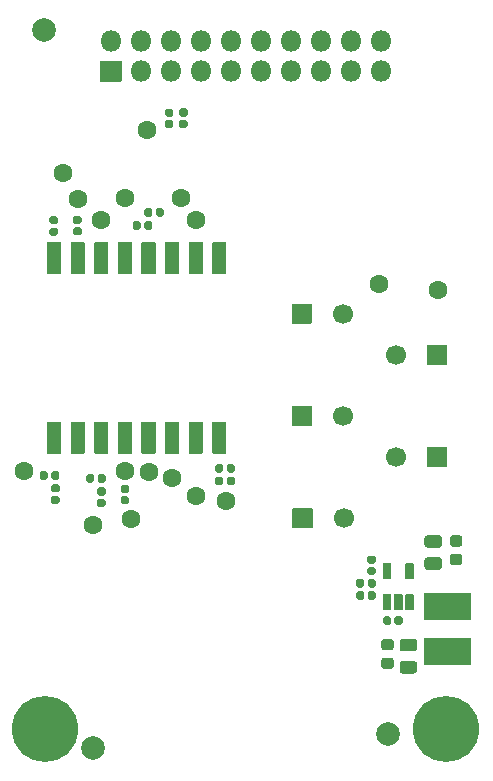
<source format=gts>
G04 #@! TF.GenerationSoftware,KiCad,Pcbnew,(5.1.10)-1*
G04 #@! TF.CreationDate,2021-11-03T08:24:22+05:30*
G04 #@! TF.ProjectId,P-1000072_Cicada Wi-Fi,502d3130-3030-4303-9732-5f4369636164,0.1*
G04 #@! TF.SameCoordinates,PX7cee6c0PY3dfd240*
G04 #@! TF.FileFunction,Soldermask,Top*
G04 #@! TF.FilePolarity,Negative*
%FSLAX46Y46*%
G04 Gerber Fmt 4.6, Leading zero omitted, Abs format (unit mm)*
G04 Created by KiCad (PCBNEW (5.1.10)-1) date 2021-11-03 08:24:22*
%MOMM*%
%LPD*%
G01*
G04 APERTURE LIST*
%ADD10O,1.800000X1.800000*%
%ADD11C,1.600000*%
%ADD12C,1.700000*%
%ADD13C,5.600000*%
%ADD14C,2.000000*%
G04 APERTURE END LIST*
G36*
G01*
X-13670000Y-18460000D02*
X-14770000Y-18460000D01*
G75*
G02*
X-14820000Y-18410000I0J50000D01*
G01*
X-14820000Y-15810000D01*
G75*
G02*
X-14770000Y-15760000I50000J0D01*
G01*
X-13670000Y-15760000D01*
G75*
G02*
X-13620000Y-15810000I0J-50000D01*
G01*
X-13620000Y-18410000D01*
G75*
G02*
X-13670000Y-18460000I-50000J0D01*
G01*
G37*
G36*
G01*
X-11670000Y-18460000D02*
X-12770000Y-18460000D01*
G75*
G02*
X-12820000Y-18410000I0J50000D01*
G01*
X-12820000Y-15810000D01*
G75*
G02*
X-12770000Y-15760000I50000J0D01*
G01*
X-11670000Y-15760000D01*
G75*
G02*
X-11620000Y-15810000I0J-50000D01*
G01*
X-11620000Y-18410000D01*
G75*
G02*
X-11670000Y-18460000I-50000J0D01*
G01*
G37*
G36*
G01*
X-5670000Y-18460000D02*
X-6770000Y-18460000D01*
G75*
G02*
X-6820000Y-18410000I0J50000D01*
G01*
X-6820000Y-15810000D01*
G75*
G02*
X-6770000Y-15760000I50000J0D01*
G01*
X-5670000Y-15760000D01*
G75*
G02*
X-5620000Y-15810000I0J-50000D01*
G01*
X-5620000Y-18410000D01*
G75*
G02*
X-5670000Y-18460000I-50000J0D01*
G01*
G37*
G36*
G01*
X-3670000Y-33660000D02*
X-4770000Y-33660000D01*
G75*
G02*
X-4820000Y-33610000I0J50000D01*
G01*
X-4820000Y-31010000D01*
G75*
G02*
X-4770000Y-30960000I50000J0D01*
G01*
X-3670000Y-30960000D01*
G75*
G02*
X-3620000Y-31010000I0J-50000D01*
G01*
X-3620000Y-33610000D01*
G75*
G02*
X-3670000Y-33660000I-50000J0D01*
G01*
G37*
G36*
G01*
X-3670000Y-18460000D02*
X-4770000Y-18460000D01*
G75*
G02*
X-4820000Y-18410000I0J50000D01*
G01*
X-4820000Y-15810000D01*
G75*
G02*
X-4770000Y-15760000I50000J0D01*
G01*
X-3670000Y-15760000D01*
G75*
G02*
X-3620000Y-15810000I0J-50000D01*
G01*
X-3620000Y-18410000D01*
G75*
G02*
X-3670000Y-18460000I-50000J0D01*
G01*
G37*
G36*
G01*
X-1670000Y-33660000D02*
X-2770000Y-33660000D01*
G75*
G02*
X-2820000Y-33610000I0J50000D01*
G01*
X-2820000Y-31010000D01*
G75*
G02*
X-2770000Y-30960000I50000J0D01*
G01*
X-1670000Y-30960000D01*
G75*
G02*
X-1620000Y-31010000I0J-50000D01*
G01*
X-1620000Y-33610000D01*
G75*
G02*
X-1670000Y-33660000I-50000J0D01*
G01*
G37*
G36*
G01*
X-11670000Y-33660000D02*
X-12770000Y-33660000D01*
G75*
G02*
X-12820000Y-33610000I0J50000D01*
G01*
X-12820000Y-31010000D01*
G75*
G02*
X-12770000Y-30960000I50000J0D01*
G01*
X-11670000Y-30960000D01*
G75*
G02*
X-11620000Y-31010000I0J-50000D01*
G01*
X-11620000Y-33610000D01*
G75*
G02*
X-11670000Y-33660000I-50000J0D01*
G01*
G37*
G36*
G01*
X-15670000Y-18460000D02*
X-16770000Y-18460000D01*
G75*
G02*
X-16820000Y-18410000I0J50000D01*
G01*
X-16820000Y-15810000D01*
G75*
G02*
X-16770000Y-15760000I50000J0D01*
G01*
X-15670000Y-15760000D01*
G75*
G02*
X-15620000Y-15810000I0J-50000D01*
G01*
X-15620000Y-18410000D01*
G75*
G02*
X-15670000Y-18460000I-50000J0D01*
G01*
G37*
G36*
G01*
X-7670000Y-33660000D02*
X-8770000Y-33660000D01*
G75*
G02*
X-8820000Y-33610000I0J50000D01*
G01*
X-8820000Y-31010000D01*
G75*
G02*
X-8770000Y-30960000I50000J0D01*
G01*
X-7670000Y-30960000D01*
G75*
G02*
X-7620000Y-31010000I0J-50000D01*
G01*
X-7620000Y-33610000D01*
G75*
G02*
X-7670000Y-33660000I-50000J0D01*
G01*
G37*
G36*
G01*
X-9670000Y-18460000D02*
X-10770000Y-18460000D01*
G75*
G02*
X-10820000Y-18410000I0J50000D01*
G01*
X-10820000Y-15810000D01*
G75*
G02*
X-10770000Y-15760000I50000J0D01*
G01*
X-9670000Y-15760000D01*
G75*
G02*
X-9620000Y-15810000I0J-50000D01*
G01*
X-9620000Y-18410000D01*
G75*
G02*
X-9670000Y-18460000I-50000J0D01*
G01*
G37*
G36*
G01*
X-7670000Y-18460000D02*
X-8770000Y-18460000D01*
G75*
G02*
X-8820000Y-18410000I0J50000D01*
G01*
X-8820000Y-15810000D01*
G75*
G02*
X-8770000Y-15760000I50000J0D01*
G01*
X-7670000Y-15760000D01*
G75*
G02*
X-7620000Y-15810000I0J-50000D01*
G01*
X-7620000Y-18410000D01*
G75*
G02*
X-7670000Y-18460000I-50000J0D01*
G01*
G37*
G36*
G01*
X-5670000Y-33660000D02*
X-6770000Y-33660000D01*
G75*
G02*
X-6820000Y-33610000I0J50000D01*
G01*
X-6820000Y-31010000D01*
G75*
G02*
X-6770000Y-30960000I50000J0D01*
G01*
X-5670000Y-30960000D01*
G75*
G02*
X-5620000Y-31010000I0J-50000D01*
G01*
X-5620000Y-33610000D01*
G75*
G02*
X-5670000Y-33660000I-50000J0D01*
G01*
G37*
G36*
G01*
X-9670000Y-33660000D02*
X-10770000Y-33660000D01*
G75*
G02*
X-10820000Y-33610000I0J50000D01*
G01*
X-10820000Y-31010000D01*
G75*
G02*
X-10770000Y-30960000I50000J0D01*
G01*
X-9670000Y-30960000D01*
G75*
G02*
X-9620000Y-31010000I0J-50000D01*
G01*
X-9620000Y-33610000D01*
G75*
G02*
X-9670000Y-33660000I-50000J0D01*
G01*
G37*
G36*
G01*
X-1670000Y-18460000D02*
X-2770000Y-18460000D01*
G75*
G02*
X-2820000Y-18410000I0J50000D01*
G01*
X-2820000Y-15810000D01*
G75*
G02*
X-2770000Y-15760000I50000J0D01*
G01*
X-1670000Y-15760000D01*
G75*
G02*
X-1620000Y-15810000I0J-50000D01*
G01*
X-1620000Y-18410000D01*
G75*
G02*
X-1670000Y-18460000I-50000J0D01*
G01*
G37*
G36*
G01*
X-13670000Y-33660000D02*
X-14770000Y-33660000D01*
G75*
G02*
X-14820000Y-33610000I0J50000D01*
G01*
X-14820000Y-31010000D01*
G75*
G02*
X-14770000Y-30960000I50000J0D01*
G01*
X-13670000Y-30960000D01*
G75*
G02*
X-13620000Y-31010000I0J-50000D01*
G01*
X-13620000Y-33610000D01*
G75*
G02*
X-13670000Y-33660000I-50000J0D01*
G01*
G37*
G36*
G01*
X-15670000Y-33660000D02*
X-16770000Y-33660000D01*
G75*
G02*
X-16820000Y-33610000I0J50000D01*
G01*
X-16820000Y-31010000D01*
G75*
G02*
X-16770000Y-30960000I50000J0D01*
G01*
X-15670000Y-30960000D01*
G75*
G02*
X-15620000Y-31010000I0J-50000D01*
G01*
X-15620000Y-33610000D01*
G75*
G02*
X-15670000Y-33660000I-50000J0D01*
G01*
G37*
D10*
X11455400Y1244600D03*
X11455400Y-1295400D03*
X8915400Y1244600D03*
X8915400Y-1295400D03*
X6375400Y1244600D03*
X6375400Y-1295400D03*
X3835400Y1244600D03*
X3835400Y-1295400D03*
X1295400Y1244600D03*
X1295400Y-1295400D03*
X-1244600Y1244600D03*
X-1244600Y-1295400D03*
X-3784600Y1244600D03*
X-3784600Y-1295400D03*
X-6324600Y1244600D03*
X-6324600Y-1295400D03*
X-8864600Y1244600D03*
X-8864600Y-1295400D03*
X-11404600Y1244600D03*
G36*
G01*
X-12254600Y-395400D02*
X-10554600Y-395400D01*
G75*
G02*
X-10504600Y-445400I0J-50000D01*
G01*
X-10504600Y-2145400D01*
G75*
G02*
X-10554600Y-2195400I-50000J0D01*
G01*
X-12254600Y-2195400D01*
G75*
G02*
X-12304600Y-2145400I0J50000D01*
G01*
X-12304600Y-445400D01*
G75*
G02*
X-12254600Y-395400I50000J0D01*
G01*
G37*
D11*
X-12893040Y-39702740D03*
D12*
X8280400Y-30457140D03*
G36*
G01*
X3930400Y-31257140D02*
X3930400Y-29657140D01*
G75*
G02*
X3980400Y-29607140I50000J0D01*
G01*
X5580400Y-29607140D01*
G75*
G02*
X5630400Y-29657140I0J-50000D01*
G01*
X5630400Y-31257140D01*
G75*
G02*
X5580400Y-31307140I-50000J0D01*
G01*
X3980400Y-31307140D01*
G75*
G02*
X3930400Y-31257140I0J50000D01*
G01*
G37*
X8239760Y-21798280D03*
G36*
G01*
X3889760Y-22598280D02*
X3889760Y-20998280D01*
G75*
G02*
X3939760Y-20948280I50000J0D01*
G01*
X5539760Y-20948280D01*
G75*
G02*
X5589760Y-20998280I0J-50000D01*
G01*
X5589760Y-22598280D01*
G75*
G02*
X5539760Y-22648280I-50000J0D01*
G01*
X3939760Y-22648280D01*
G75*
G02*
X3889760Y-22598280I0J50000D01*
G01*
G37*
G36*
G01*
X-16438260Y-14531500D02*
X-16043260Y-14531500D01*
G75*
G02*
X-15870760Y-14704000I0J-172500D01*
G01*
X-15870760Y-15049000D01*
G75*
G02*
X-16043260Y-15221500I-172500J0D01*
G01*
X-16438260Y-15221500D01*
G75*
G02*
X-16610760Y-15049000I0J172500D01*
G01*
X-16610760Y-14704000D01*
G75*
G02*
X-16438260Y-14531500I172500J0D01*
G01*
G37*
G36*
G01*
X-16438260Y-13561500D02*
X-16043260Y-13561500D01*
G75*
G02*
X-15870760Y-13734000I0J-172500D01*
G01*
X-15870760Y-14079000D01*
G75*
G02*
X-16043260Y-14251500I-172500J0D01*
G01*
X-16438260Y-14251500D01*
G75*
G02*
X-16610760Y-14079000I0J172500D01*
G01*
X-16610760Y-13734000D01*
G75*
G02*
X-16438260Y-13561500I172500J0D01*
G01*
G37*
G36*
G01*
X-14449440Y-14496220D02*
X-14054440Y-14496220D01*
G75*
G02*
X-13881940Y-14668720I0J-172500D01*
G01*
X-13881940Y-15013720D01*
G75*
G02*
X-14054440Y-15186220I-172500J0D01*
G01*
X-14449440Y-15186220D01*
G75*
G02*
X-14621940Y-15013720I0J172500D01*
G01*
X-14621940Y-14668720D01*
G75*
G02*
X-14449440Y-14496220I172500J0D01*
G01*
G37*
G36*
G01*
X-14449440Y-13526220D02*
X-14054440Y-13526220D01*
G75*
G02*
X-13881940Y-13698720I0J-172500D01*
G01*
X-13881940Y-14043720D01*
G75*
G02*
X-14054440Y-14216220I-172500J0D01*
G01*
X-14449440Y-14216220D01*
G75*
G02*
X-14621940Y-14043720I0J172500D01*
G01*
X-14621940Y-13698720D01*
G75*
G02*
X-14449440Y-13526220I172500J0D01*
G01*
G37*
G36*
G01*
X-10415920Y-37272120D02*
X-10020920Y-37272120D01*
G75*
G02*
X-9848420Y-37444620I0J-172500D01*
G01*
X-9848420Y-37789620D01*
G75*
G02*
X-10020920Y-37962120I-172500J0D01*
G01*
X-10415920Y-37962120D01*
G75*
G02*
X-10588420Y-37789620I0J172500D01*
G01*
X-10588420Y-37444620D01*
G75*
G02*
X-10415920Y-37272120I172500J0D01*
G01*
G37*
G36*
G01*
X-10415920Y-36302120D02*
X-10020920Y-36302120D01*
G75*
G02*
X-9848420Y-36474620I0J-172500D01*
G01*
X-9848420Y-36819620D01*
G75*
G02*
X-10020920Y-36992120I-172500J0D01*
G01*
X-10415920Y-36992120D01*
G75*
G02*
X-10588420Y-36819620I0J172500D01*
G01*
X-10588420Y-36474620D01*
G75*
G02*
X-10415920Y-36302120I172500J0D01*
G01*
G37*
G36*
G01*
X-7889400Y-13035900D02*
X-7889400Y-13430900D01*
G75*
G02*
X-8061900Y-13603400I-172500J0D01*
G01*
X-8406900Y-13603400D01*
G75*
G02*
X-8579400Y-13430900I0J172500D01*
G01*
X-8579400Y-13035900D01*
G75*
G02*
X-8406900Y-12863400I172500J0D01*
G01*
X-8061900Y-12863400D01*
G75*
G02*
X-7889400Y-13035900I0J-172500D01*
G01*
G37*
G36*
G01*
X-6919400Y-13035900D02*
X-6919400Y-13430900D01*
G75*
G02*
X-7091900Y-13603400I-172500J0D01*
G01*
X-7436900Y-13603400D01*
G75*
G02*
X-7609400Y-13430900I0J172500D01*
G01*
X-7609400Y-13035900D01*
G75*
G02*
X-7436900Y-12863400I172500J0D01*
G01*
X-7091900Y-12863400D01*
G75*
G02*
X-6919400Y-13035900I0J-172500D01*
G01*
G37*
G36*
G01*
X-15923880Y-36949220D02*
X-16318880Y-36949220D01*
G75*
G02*
X-16491380Y-36776720I0J172500D01*
G01*
X-16491380Y-36431720D01*
G75*
G02*
X-16318880Y-36259220I172500J0D01*
G01*
X-15923880Y-36259220D01*
G75*
G02*
X-15751380Y-36431720I0J-172500D01*
G01*
X-15751380Y-36776720D01*
G75*
G02*
X-15923880Y-36949220I-172500J0D01*
G01*
G37*
G36*
G01*
X-15923880Y-37919220D02*
X-16318880Y-37919220D01*
G75*
G02*
X-16491380Y-37746720I0J172500D01*
G01*
X-16491380Y-37401720D01*
G75*
G02*
X-16318880Y-37229220I172500J0D01*
G01*
X-15923880Y-37229220D01*
G75*
G02*
X-15751380Y-37401720I0J-172500D01*
G01*
X-15751380Y-37746720D01*
G75*
G02*
X-15923880Y-37919220I-172500J0D01*
G01*
G37*
G36*
G01*
X-12422520Y-37493380D02*
X-12027520Y-37493380D01*
G75*
G02*
X-11855020Y-37665880I0J-172500D01*
G01*
X-11855020Y-38010880D01*
G75*
G02*
X-12027520Y-38183380I-172500J0D01*
G01*
X-12422520Y-38183380D01*
G75*
G02*
X-12595020Y-38010880I0J172500D01*
G01*
X-12595020Y-37665880D01*
G75*
G02*
X-12422520Y-37493380I172500J0D01*
G01*
G37*
G36*
G01*
X-12422520Y-36523380D02*
X-12027520Y-36523380D01*
G75*
G02*
X-11855020Y-36695880I0J-172500D01*
G01*
X-11855020Y-37040880D01*
G75*
G02*
X-12027520Y-37213380I-172500J0D01*
G01*
X-12422520Y-37213380D01*
G75*
G02*
X-12595020Y-37040880I0J172500D01*
G01*
X-12595020Y-36695880D01*
G75*
G02*
X-12422520Y-36523380I172500J0D01*
G01*
G37*
G36*
G01*
X-8592660Y-14540880D02*
X-8592660Y-14145880D01*
G75*
G02*
X-8420160Y-13973380I172500J0D01*
G01*
X-8075160Y-13973380D01*
G75*
G02*
X-7902660Y-14145880I0J-172500D01*
G01*
X-7902660Y-14540880D01*
G75*
G02*
X-8075160Y-14713380I-172500J0D01*
G01*
X-8420160Y-14713380D01*
G75*
G02*
X-8592660Y-14540880I0J172500D01*
G01*
G37*
G36*
G01*
X-9562660Y-14540880D02*
X-9562660Y-14145880D01*
G75*
G02*
X-9390160Y-13973380I172500J0D01*
G01*
X-9045160Y-13973380D01*
G75*
G02*
X-8872660Y-14145880I0J-172500D01*
G01*
X-8872660Y-14540880D01*
G75*
G02*
X-9045160Y-14713380I-172500J0D01*
G01*
X-9390160Y-14713380D01*
G75*
G02*
X-9562660Y-14540880I0J172500D01*
G01*
G37*
G36*
G01*
X-1885120Y-35771440D02*
X-1885120Y-36166440D01*
G75*
G02*
X-2057620Y-36338940I-172500J0D01*
G01*
X-2402620Y-36338940D01*
G75*
G02*
X-2575120Y-36166440I0J172500D01*
G01*
X-2575120Y-35771440D01*
G75*
G02*
X-2402620Y-35598940I172500J0D01*
G01*
X-2057620Y-35598940D01*
G75*
G02*
X-1885120Y-35771440I0J-172500D01*
G01*
G37*
G36*
G01*
X-915120Y-35771440D02*
X-915120Y-36166440D01*
G75*
G02*
X-1087620Y-36338940I-172500J0D01*
G01*
X-1432620Y-36338940D01*
G75*
G02*
X-1605120Y-36166440I0J172500D01*
G01*
X-1605120Y-35771440D01*
G75*
G02*
X-1432620Y-35598940I172500J0D01*
G01*
X-1087620Y-35598940D01*
G75*
G02*
X-915120Y-35771440I0J-172500D01*
G01*
G37*
G36*
G01*
X-1885120Y-34699560D02*
X-1885120Y-35094560D01*
G75*
G02*
X-2057620Y-35267060I-172500J0D01*
G01*
X-2402620Y-35267060D01*
G75*
G02*
X-2575120Y-35094560I0J172500D01*
G01*
X-2575120Y-34699560D01*
G75*
G02*
X-2402620Y-34527060I172500J0D01*
G01*
X-2057620Y-34527060D01*
G75*
G02*
X-1885120Y-34699560I0J-172500D01*
G01*
G37*
G36*
G01*
X-915120Y-34699560D02*
X-915120Y-35094560D01*
G75*
G02*
X-1087620Y-35267060I-172500J0D01*
G01*
X-1432620Y-35267060D01*
G75*
G02*
X-1605120Y-35094560I0J172500D01*
G01*
X-1605120Y-34699560D01*
G75*
G02*
X-1432620Y-34527060I172500J0D01*
G01*
X-1087620Y-34527060D01*
G75*
G02*
X-915120Y-34699560I0J-172500D01*
G01*
G37*
G36*
G01*
X-16461300Y-35704160D02*
X-16461300Y-35309160D01*
G75*
G02*
X-16288800Y-35136660I172500J0D01*
G01*
X-15943800Y-35136660D01*
G75*
G02*
X-15771300Y-35309160I0J-172500D01*
G01*
X-15771300Y-35704160D01*
G75*
G02*
X-15943800Y-35876660I-172500J0D01*
G01*
X-16288800Y-35876660D01*
G75*
G02*
X-16461300Y-35704160I0J172500D01*
G01*
G37*
G36*
G01*
X-17431300Y-35704160D02*
X-17431300Y-35309160D01*
G75*
G02*
X-17258800Y-35136660I172500J0D01*
G01*
X-16913800Y-35136660D01*
G75*
G02*
X-16741300Y-35309160I0J-172500D01*
G01*
X-16741300Y-35704160D01*
G75*
G02*
X-16913800Y-35876660I-172500J0D01*
G01*
X-17258800Y-35876660D01*
G75*
G02*
X-17431300Y-35704160I0J172500D01*
G01*
G37*
G36*
G01*
X-12529380Y-35945460D02*
X-12529380Y-35550460D01*
G75*
G02*
X-12356880Y-35377960I172500J0D01*
G01*
X-12011880Y-35377960D01*
G75*
G02*
X-11839380Y-35550460I0J-172500D01*
G01*
X-11839380Y-35945460D01*
G75*
G02*
X-12011880Y-36117960I-172500J0D01*
G01*
X-12356880Y-36117960D01*
G75*
G02*
X-12529380Y-35945460I0J172500D01*
G01*
G37*
G36*
G01*
X-13499380Y-35945460D02*
X-13499380Y-35550460D01*
G75*
G02*
X-13326880Y-35377960I172500J0D01*
G01*
X-12981880Y-35377960D01*
G75*
G02*
X-12809380Y-35550460I0J-172500D01*
G01*
X-12809380Y-35945460D01*
G75*
G02*
X-12981880Y-36117960I-172500J0D01*
G01*
X-13326880Y-36117960D01*
G75*
G02*
X-13499380Y-35945460I0J172500D01*
G01*
G37*
D11*
X11333480Y-19273520D03*
D12*
X12702540Y-25318720D03*
G36*
G01*
X17052540Y-24518720D02*
X17052540Y-26118720D01*
G75*
G02*
X17002540Y-26168720I-50000J0D01*
G01*
X15402540Y-26168720D01*
G75*
G02*
X15352540Y-26118720I0J50000D01*
G01*
X15352540Y-24518720D01*
G75*
G02*
X15402540Y-24468720I50000J0D01*
G01*
X17002540Y-24468720D01*
G75*
G02*
X17052540Y-24518720I0J-50000D01*
G01*
G37*
X12722860Y-33962340D03*
G36*
G01*
X17072860Y-33162340D02*
X17072860Y-34762340D01*
G75*
G02*
X17022860Y-34812340I-50000J0D01*
G01*
X15422860Y-34812340D01*
G75*
G02*
X15372860Y-34762340I0J50000D01*
G01*
X15372860Y-33162340D01*
G75*
G02*
X15422860Y-33112340I50000J0D01*
G01*
X17022860Y-33112340D01*
G75*
G02*
X17072860Y-33162340I0J-50000D01*
G01*
G37*
G36*
G01*
X15151820Y-49251380D02*
X19051820Y-49251380D01*
G75*
G02*
X19101820Y-49301380I0J-50000D01*
G01*
X19101820Y-51501380D01*
G75*
G02*
X19051820Y-51551380I-50000J0D01*
G01*
X15151820Y-51551380D01*
G75*
G02*
X15101820Y-51501380I0J50000D01*
G01*
X15101820Y-49301380D01*
G75*
G02*
X15151820Y-49251380I50000J0D01*
G01*
G37*
G36*
G01*
X15151820Y-45451380D02*
X19051820Y-45451380D01*
G75*
G02*
X19101820Y-45501380I0J-50000D01*
G01*
X19101820Y-47701380D01*
G75*
G02*
X19051820Y-47751380I-50000J0D01*
G01*
X15151820Y-47751380D01*
G75*
G02*
X15101820Y-47701380I0J50000D01*
G01*
X15101820Y-45501380D01*
G75*
G02*
X15151820Y-45451380I50000J0D01*
G01*
G37*
D11*
X-12237720Y-13873480D03*
X-14196060Y-12082780D03*
X-4239260Y-13906500D03*
X-5491480Y-12024360D03*
X-8326120Y-6253480D03*
X-10210800Y-12054840D03*
X-15499080Y-9888220D03*
X-4185920Y-37266880D03*
X-9697720Y-39151560D03*
X-6223000Y-35727640D03*
X-8199120Y-35179000D03*
X-10251440Y-35100260D03*
X-18783300Y-35095180D03*
X-1694180Y-37703760D03*
X16299180Y-19817080D03*
G36*
G01*
X12301020Y-44276880D02*
X11651020Y-44276880D01*
G75*
G02*
X11601020Y-44226880I0J50000D01*
G01*
X11601020Y-43006880D01*
G75*
G02*
X11651020Y-42956880I50000J0D01*
G01*
X12301020Y-42956880D01*
G75*
G02*
X12351020Y-43006880I0J-50000D01*
G01*
X12351020Y-44226880D01*
G75*
G02*
X12301020Y-44276880I-50000J0D01*
G01*
G37*
G36*
G01*
X14201020Y-44276880D02*
X13551020Y-44276880D01*
G75*
G02*
X13501020Y-44226880I0J50000D01*
G01*
X13501020Y-43006880D01*
G75*
G02*
X13551020Y-42956880I50000J0D01*
G01*
X14201020Y-42956880D01*
G75*
G02*
X14251020Y-43006880I0J-50000D01*
G01*
X14251020Y-44226880D01*
G75*
G02*
X14201020Y-44276880I-50000J0D01*
G01*
G37*
G36*
G01*
X14201020Y-46896880D02*
X13551020Y-46896880D01*
G75*
G02*
X13501020Y-46846880I0J50000D01*
G01*
X13501020Y-45626880D01*
G75*
G02*
X13551020Y-45576880I50000J0D01*
G01*
X14201020Y-45576880D01*
G75*
G02*
X14251020Y-45626880I0J-50000D01*
G01*
X14251020Y-46846880D01*
G75*
G02*
X14201020Y-46896880I-50000J0D01*
G01*
G37*
G36*
G01*
X13251020Y-46896880D02*
X12601020Y-46896880D01*
G75*
G02*
X12551020Y-46846880I0J50000D01*
G01*
X12551020Y-45626880D01*
G75*
G02*
X12601020Y-45576880I50000J0D01*
G01*
X13251020Y-45576880D01*
G75*
G02*
X13301020Y-45626880I0J-50000D01*
G01*
X13301020Y-46846880D01*
G75*
G02*
X13251020Y-46896880I-50000J0D01*
G01*
G37*
G36*
G01*
X12301020Y-46896880D02*
X11651020Y-46896880D01*
G75*
G02*
X11601020Y-46846880I0J50000D01*
G01*
X11601020Y-45626880D01*
G75*
G02*
X11651020Y-45576880I50000J0D01*
G01*
X12301020Y-45576880D01*
G75*
G02*
X12351020Y-45626880I0J-50000D01*
G01*
X12351020Y-46846880D01*
G75*
G02*
X12301020Y-46896880I-50000J0D01*
G01*
G37*
G36*
G01*
X10852800Y-42973820D02*
X10457800Y-42973820D01*
G75*
G02*
X10285300Y-42801320I0J172500D01*
G01*
X10285300Y-42456320D01*
G75*
G02*
X10457800Y-42283820I172500J0D01*
G01*
X10852800Y-42283820D01*
G75*
G02*
X11025300Y-42456320I0J-172500D01*
G01*
X11025300Y-42801320D01*
G75*
G02*
X10852800Y-42973820I-172500J0D01*
G01*
G37*
G36*
G01*
X10852800Y-43943820D02*
X10457800Y-43943820D01*
G75*
G02*
X10285300Y-43771320I0J172500D01*
G01*
X10285300Y-43426320D01*
G75*
G02*
X10457800Y-43253820I172500J0D01*
G01*
X10852800Y-43253820D01*
G75*
G02*
X11025300Y-43426320I0J-172500D01*
G01*
X11025300Y-43771320D01*
G75*
G02*
X10852800Y-43943820I-172500J0D01*
G01*
G37*
G36*
G01*
X10322860Y-44822760D02*
X10322860Y-44427760D01*
G75*
G02*
X10495360Y-44255260I172500J0D01*
G01*
X10840360Y-44255260D01*
G75*
G02*
X11012860Y-44427760I0J-172500D01*
G01*
X11012860Y-44822760D01*
G75*
G02*
X10840360Y-44995260I-172500J0D01*
G01*
X10495360Y-44995260D01*
G75*
G02*
X10322860Y-44822760I0J172500D01*
G01*
G37*
G36*
G01*
X9352860Y-44822760D02*
X9352860Y-44427760D01*
G75*
G02*
X9525360Y-44255260I172500J0D01*
G01*
X9870360Y-44255260D01*
G75*
G02*
X10042860Y-44427760I0J-172500D01*
G01*
X10042860Y-44822760D01*
G75*
G02*
X9870360Y-44995260I-172500J0D01*
G01*
X9525360Y-44995260D01*
G75*
G02*
X9352860Y-44822760I0J172500D01*
G01*
G37*
G36*
G01*
X12606460Y-47990140D02*
X12606460Y-47595140D01*
G75*
G02*
X12778960Y-47422640I172500J0D01*
G01*
X13123960Y-47422640D01*
G75*
G02*
X13296460Y-47595140I0J-172500D01*
G01*
X13296460Y-47990140D01*
G75*
G02*
X13123960Y-48162640I-172500J0D01*
G01*
X12778960Y-48162640D01*
G75*
G02*
X12606460Y-47990140I0J172500D01*
G01*
G37*
G36*
G01*
X11636460Y-47990140D02*
X11636460Y-47595140D01*
G75*
G02*
X11808960Y-47422640I172500J0D01*
G01*
X12153960Y-47422640D01*
G75*
G02*
X12326460Y-47595140I0J-172500D01*
G01*
X12326460Y-47990140D01*
G75*
G02*
X12153960Y-48162640I-172500J0D01*
G01*
X11808960Y-48162640D01*
G75*
G02*
X11636460Y-47990140I0J172500D01*
G01*
G37*
D12*
X8315840Y-39116000D03*
G36*
G01*
X3965840Y-39916000D02*
X3965840Y-38316000D01*
G75*
G02*
X4015840Y-38266000I50000J0D01*
G01*
X5615840Y-38266000D01*
G75*
G02*
X5665840Y-38316000I0J-50000D01*
G01*
X5665840Y-39916000D01*
G75*
G02*
X5615840Y-39966000I-50000J0D01*
G01*
X4015840Y-39966000D01*
G75*
G02*
X3965840Y-39916000I0J50000D01*
G01*
G37*
G36*
G01*
X14263290Y-50410400D02*
X13300790Y-50410400D01*
G75*
G02*
X13032040Y-50141650I0J268750D01*
G01*
X13032040Y-49604150D01*
G75*
G02*
X13300790Y-49335400I268750J0D01*
G01*
X14263290Y-49335400D01*
G75*
G02*
X14532040Y-49604150I0J-268750D01*
G01*
X14532040Y-50141650D01*
G75*
G02*
X14263290Y-50410400I-268750J0D01*
G01*
G37*
G36*
G01*
X14263290Y-52285400D02*
X13300790Y-52285400D01*
G75*
G02*
X13032040Y-52016650I0J268750D01*
G01*
X13032040Y-51479150D01*
G75*
G02*
X13300790Y-51210400I268750J0D01*
G01*
X14263290Y-51210400D01*
G75*
G02*
X14532040Y-51479150I0J-268750D01*
G01*
X14532040Y-52016650D01*
G75*
G02*
X14263290Y-52285400I-268750J0D01*
G01*
G37*
G36*
G01*
X12292910Y-50324640D02*
X11730410Y-50324640D01*
G75*
G02*
X11486660Y-50080890I0J243750D01*
G01*
X11486660Y-49593390D01*
G75*
G02*
X11730410Y-49349640I243750J0D01*
G01*
X12292910Y-49349640D01*
G75*
G02*
X12536660Y-49593390I0J-243750D01*
G01*
X12536660Y-50080890D01*
G75*
G02*
X12292910Y-50324640I-243750J0D01*
G01*
G37*
G36*
G01*
X12292910Y-51899640D02*
X11730410Y-51899640D01*
G75*
G02*
X11486660Y-51655890I0J243750D01*
G01*
X11486660Y-51168390D01*
G75*
G02*
X11730410Y-50924640I243750J0D01*
G01*
X12292910Y-50924640D01*
G75*
G02*
X12536660Y-51168390I0J-243750D01*
G01*
X12536660Y-51655890D01*
G75*
G02*
X12292910Y-51899640I-243750J0D01*
G01*
G37*
G36*
G01*
X10333160Y-45876860D02*
X10333160Y-45481860D01*
G75*
G02*
X10505660Y-45309360I172500J0D01*
G01*
X10850660Y-45309360D01*
G75*
G02*
X11023160Y-45481860I0J-172500D01*
G01*
X11023160Y-45876860D01*
G75*
G02*
X10850660Y-46049360I-172500J0D01*
G01*
X10505660Y-46049360D01*
G75*
G02*
X10333160Y-45876860I0J172500D01*
G01*
G37*
G36*
G01*
X9363160Y-45876860D02*
X9363160Y-45481860D01*
G75*
G02*
X9535660Y-45309360I172500J0D01*
G01*
X9880660Y-45309360D01*
G75*
G02*
X10053160Y-45481860I0J-172500D01*
G01*
X10053160Y-45876860D01*
G75*
G02*
X9880660Y-46049360I-172500J0D01*
G01*
X9535660Y-46049360D01*
G75*
G02*
X9363160Y-45876860I0J172500D01*
G01*
G37*
G36*
G01*
X15414070Y-42434700D02*
X16376570Y-42434700D01*
G75*
G02*
X16645320Y-42703450I0J-268750D01*
G01*
X16645320Y-43240950D01*
G75*
G02*
X16376570Y-43509700I-268750J0D01*
G01*
X15414070Y-43509700D01*
G75*
G02*
X15145320Y-43240950I0J268750D01*
G01*
X15145320Y-42703450D01*
G75*
G02*
X15414070Y-42434700I268750J0D01*
G01*
G37*
G36*
G01*
X15414070Y-40559700D02*
X16376570Y-40559700D01*
G75*
G02*
X16645320Y-40828450I0J-268750D01*
G01*
X16645320Y-41365950D01*
G75*
G02*
X16376570Y-41634700I-268750J0D01*
G01*
X15414070Y-41634700D01*
G75*
G02*
X15145320Y-41365950I0J268750D01*
G01*
X15145320Y-40828450D01*
G75*
G02*
X15414070Y-40559700I268750J0D01*
G01*
G37*
G36*
G01*
X17539390Y-42138880D02*
X18101890Y-42138880D01*
G75*
G02*
X18345640Y-42382630I0J-243750D01*
G01*
X18345640Y-42870130D01*
G75*
G02*
X18101890Y-43113880I-243750J0D01*
G01*
X17539390Y-43113880D01*
G75*
G02*
X17295640Y-42870130I0J243750D01*
G01*
X17295640Y-42382630D01*
G75*
G02*
X17539390Y-42138880I243750J0D01*
G01*
G37*
G36*
G01*
X17539390Y-40563880D02*
X18101890Y-40563880D01*
G75*
G02*
X18345640Y-40807630I0J-243750D01*
G01*
X18345640Y-41295130D01*
G75*
G02*
X18101890Y-41538880I-243750J0D01*
G01*
X17539390Y-41538880D01*
G75*
G02*
X17295640Y-41295130I0J243750D01*
G01*
X17295640Y-40807630D01*
G75*
G02*
X17539390Y-40563880I243750J0D01*
G01*
G37*
D13*
X-17000000Y-57000000D03*
D14*
X12040000Y-57390000D03*
X-12948920Y-58592720D03*
X-17090000Y2220000D03*
D13*
X17000000Y-57000000D03*
G36*
G01*
X-6279500Y-5133040D02*
X-6674500Y-5133040D01*
G75*
G02*
X-6847000Y-4960540I0J172500D01*
G01*
X-6847000Y-4615540D01*
G75*
G02*
X-6674500Y-4443040I172500J0D01*
G01*
X-6279500Y-4443040D01*
G75*
G02*
X-6107000Y-4615540I0J-172500D01*
G01*
X-6107000Y-4960540D01*
G75*
G02*
X-6279500Y-5133040I-172500J0D01*
G01*
G37*
G36*
G01*
X-6279500Y-6103040D02*
X-6674500Y-6103040D01*
G75*
G02*
X-6847000Y-5930540I0J172500D01*
G01*
X-6847000Y-5585540D01*
G75*
G02*
X-6674500Y-5413040I172500J0D01*
G01*
X-6279500Y-5413040D01*
G75*
G02*
X-6107000Y-5585540I0J-172500D01*
G01*
X-6107000Y-5930540D01*
G75*
G02*
X-6279500Y-6103040I-172500J0D01*
G01*
G37*
G36*
G01*
X-5080620Y-5120480D02*
X-5475620Y-5120480D01*
G75*
G02*
X-5648120Y-4947980I0J172500D01*
G01*
X-5648120Y-4602980D01*
G75*
G02*
X-5475620Y-4430480I172500J0D01*
G01*
X-5080620Y-4430480D01*
G75*
G02*
X-4908120Y-4602980I0J-172500D01*
G01*
X-4908120Y-4947980D01*
G75*
G02*
X-5080620Y-5120480I-172500J0D01*
G01*
G37*
G36*
G01*
X-5080620Y-6090480D02*
X-5475620Y-6090480D01*
G75*
G02*
X-5648120Y-5917980I0J172500D01*
G01*
X-5648120Y-5572980D01*
G75*
G02*
X-5475620Y-5400480I172500J0D01*
G01*
X-5080620Y-5400480D01*
G75*
G02*
X-4908120Y-5572980I0J-172500D01*
G01*
X-4908120Y-5917980D01*
G75*
G02*
X-5080620Y-6090480I-172500J0D01*
G01*
G37*
M02*

</source>
